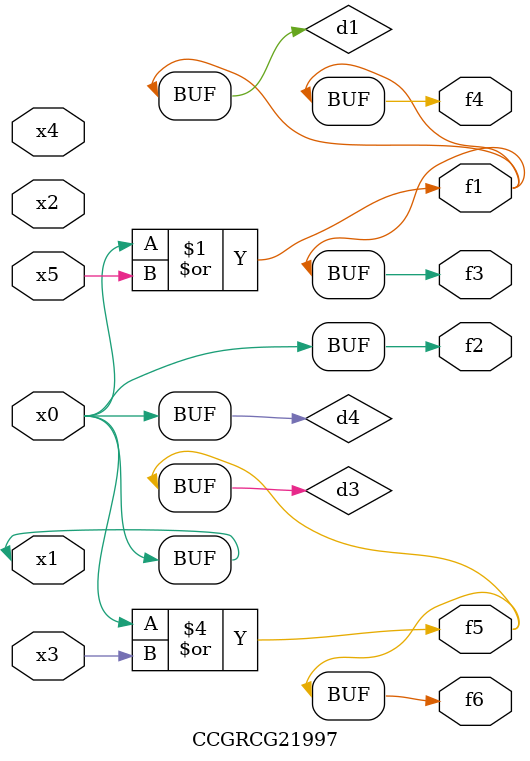
<source format=v>
module CCGRCG21997(
	input x0, x1, x2, x3, x4, x5,
	output f1, f2, f3, f4, f5, f6
);

	wire d1, d2, d3, d4;

	or (d1, x0, x5);
	xnor (d2, x1, x4);
	or (d3, x0, x3);
	buf (d4, x0, x1);
	assign f1 = d1;
	assign f2 = d4;
	assign f3 = d1;
	assign f4 = d1;
	assign f5 = d3;
	assign f6 = d3;
endmodule

</source>
